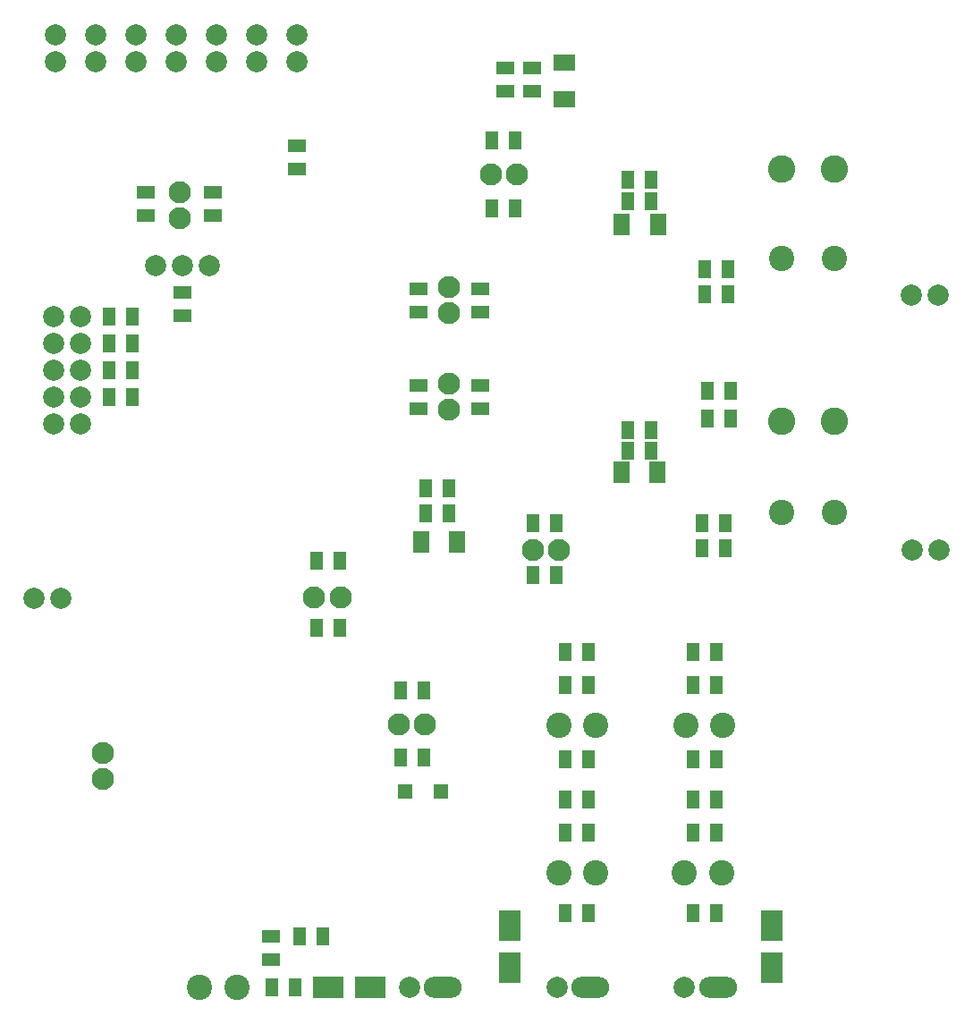
<source format=gbs>
G04 #@! TF.FileFunction,Soldermask,Bot*
%FSLAX46Y46*%
G04 Gerber Fmt 4.6, Leading zero omitted, Abs format (unit mm)*
G04 Created by KiCad (PCBNEW 4.0.1-stable) date 19/01/2016 21:52:03*
%MOMM*%
G01*
G04 APERTURE LIST*
%ADD10C,0.100000*%
%ADD11C,2.400000*%
%ADD12R,1.300000X1.700000*%
%ADD13R,1.700000X1.300000*%
%ADD14C,2.100000*%
%ADD15C,2.600000*%
%ADD16R,1.500000X2.100000*%
%ADD17R,2.100000X1.500000*%
%ADD18R,2.900000X2.100000*%
%ADD19R,2.100000X2.900000*%
%ADD20R,1.400000X1.400000*%
%ADD21C,2.000000*%
%ADD22O,3.600000X2.000000*%
G04 APERTURE END LIST*
D10*
D11*
X59211000Y17145500D03*
X62711000Y17145500D03*
X71121000Y17145500D03*
X74621000Y17145500D03*
D12*
X59861000Y24130500D03*
X62061000Y24130500D03*
X71926000Y24130500D03*
X74126000Y24130500D03*
X59861000Y20955500D03*
X62061000Y20955500D03*
X71926000Y20955500D03*
X74126000Y20955500D03*
D13*
X32005000Y8933500D03*
X32005000Y11133500D03*
D12*
X59861000Y13335500D03*
X62061000Y13335500D03*
X71926000Y13335500D03*
X74126000Y13335500D03*
D11*
X28737500Y6350500D03*
X25237500Y6350500D03*
X59211000Y31115500D03*
X62711000Y31115500D03*
X71276000Y31115500D03*
X74776000Y31115500D03*
D12*
X59861000Y38100500D03*
X62061000Y38100500D03*
X71926000Y38100500D03*
X74126000Y38100500D03*
X59861000Y34925500D03*
X62061000Y34925500D03*
X71926000Y34925500D03*
X74126000Y34925500D03*
X59861000Y27940500D03*
X62061000Y27940500D03*
X71926000Y27940500D03*
X74126000Y27940500D03*
D14*
X44089000Y31242000D03*
X46589000Y31242000D03*
D12*
X44239000Y28067000D03*
X46439000Y28067000D03*
X44240000Y34417000D03*
X46440000Y34417000D03*
D14*
X23318200Y79090700D03*
X23318200Y81590700D03*
D13*
X20143200Y79367700D03*
X20143200Y81567700D03*
X26493200Y79367700D03*
X26493200Y81567700D03*
D14*
X36056300Y43251510D03*
X38556300Y43251510D03*
D12*
X36333300Y40330510D03*
X38533300Y40330510D03*
X36333300Y46680510D03*
X38533300Y46680510D03*
D14*
X48849000Y70124500D03*
X48849000Y72624500D03*
D13*
X51816000Y70274500D03*
X51816000Y72474500D03*
X45974000Y70274500D03*
X45974000Y72474500D03*
X45974000Y63330500D03*
X45974000Y61130500D03*
X51816000Y63330500D03*
X51816000Y61130500D03*
D14*
X48849000Y63480500D03*
X48849000Y60980500D03*
D11*
X85304000Y75311000D03*
X80304000Y75311000D03*
D15*
X85304000Y83820000D03*
X80304000Y83820000D03*
D11*
X85304000Y51308000D03*
X80304000Y51308000D03*
D15*
X85304000Y59944000D03*
X80304000Y59944000D03*
D16*
X65204600Y78537300D03*
X68604600Y78537300D03*
X65179200Y55093100D03*
X68579200Y55093100D03*
D12*
X65728400Y80696300D03*
X67928400Y80696300D03*
X65753800Y57150500D03*
X67953800Y57150500D03*
X65728400Y82753700D03*
X67928400Y82753700D03*
X65753800Y59055500D03*
X67953800Y59055500D03*
D17*
X59716400Y90426300D03*
X59716400Y93826300D03*
D16*
X49580000Y48514500D03*
X46180000Y48514500D03*
D13*
X56719200Y91178700D03*
X56719200Y93378700D03*
D12*
X48853000Y51181500D03*
X46653000Y51181500D03*
D13*
X54179200Y91170900D03*
X54179200Y93370900D03*
D12*
X48853000Y53594500D03*
X46653000Y53594500D03*
X52876000Y86487500D03*
X55076000Y86487500D03*
X56813000Y45339500D03*
X59013000Y45339500D03*
X52876000Y80074000D03*
X55076000Y80074000D03*
X56813000Y50292500D03*
X59013000Y50292500D03*
D18*
X41371000Y6350500D03*
X37371000Y6350500D03*
D19*
X54611000Y8160500D03*
X54611000Y12160500D03*
X79376000Y12160500D03*
X79376000Y8160500D03*
D20*
X44655000Y24892000D03*
X48055000Y24892000D03*
D12*
X34248000Y6350500D03*
X32048000Y6350500D03*
D21*
X59056000Y6350500D03*
D22*
X62231000Y6350500D03*
D21*
X71121000Y6350500D03*
D22*
X74296000Y6350500D03*
D21*
X45086000Y6350500D03*
D22*
X48261000Y6350500D03*
D21*
X34418000Y93980500D03*
X34418000Y96520500D03*
X30608000Y93980500D03*
X30608000Y96520500D03*
X26798000Y93980500D03*
X26798000Y96520500D03*
X22988000Y93980500D03*
X22988000Y96520500D03*
X19178000Y93980500D03*
X19178000Y96520500D03*
X15368000Y93980500D03*
X15368000Y96520500D03*
X11558000Y93980500D03*
X11558000Y96520500D03*
X9526000Y43180500D03*
X12066000Y43180500D03*
X11431000Y69850500D03*
X13971000Y69850500D03*
X11431000Y67310500D03*
X13971000Y67310500D03*
X11431000Y64770500D03*
X13971000Y64770500D03*
X11431000Y62230500D03*
X13971000Y62230500D03*
X11431000Y59690500D03*
X13971000Y59690500D03*
D12*
X34715000Y11176500D03*
X36915000Y11176500D03*
X18880000Y69850000D03*
X16680000Y69850000D03*
X18881000Y67310500D03*
X16681000Y67310500D03*
X18881000Y64770500D03*
X16681000Y64770500D03*
X18881000Y62230500D03*
X16681000Y62230500D03*
D14*
X52789500Y83249000D03*
X55289500Y83249000D03*
X56790000Y47752500D03*
X59290000Y47752500D03*
D21*
X26163000Y74676500D03*
X21083000Y74676500D03*
X23623000Y74676500D03*
D13*
X34427160Y85961400D03*
X34427160Y83761400D03*
D14*
X16027400Y28529600D03*
X16027400Y26029600D03*
D21*
X92583000Y71882000D03*
X95123000Y71882000D03*
X92710000Y47752000D03*
X95250000Y47752000D03*
D12*
X75522000Y62763208D03*
X73322000Y62763208D03*
X75522000Y60138208D03*
X73322000Y60138208D03*
X75268000Y71893884D03*
X73068000Y71893884D03*
X75014000Y50292000D03*
X72814000Y50292000D03*
X75268000Y74306884D03*
X73068000Y74306884D03*
X75014000Y47879000D03*
X72814000Y47879000D03*
D13*
X23622000Y69893000D03*
X23622000Y72093000D03*
M02*

</source>
